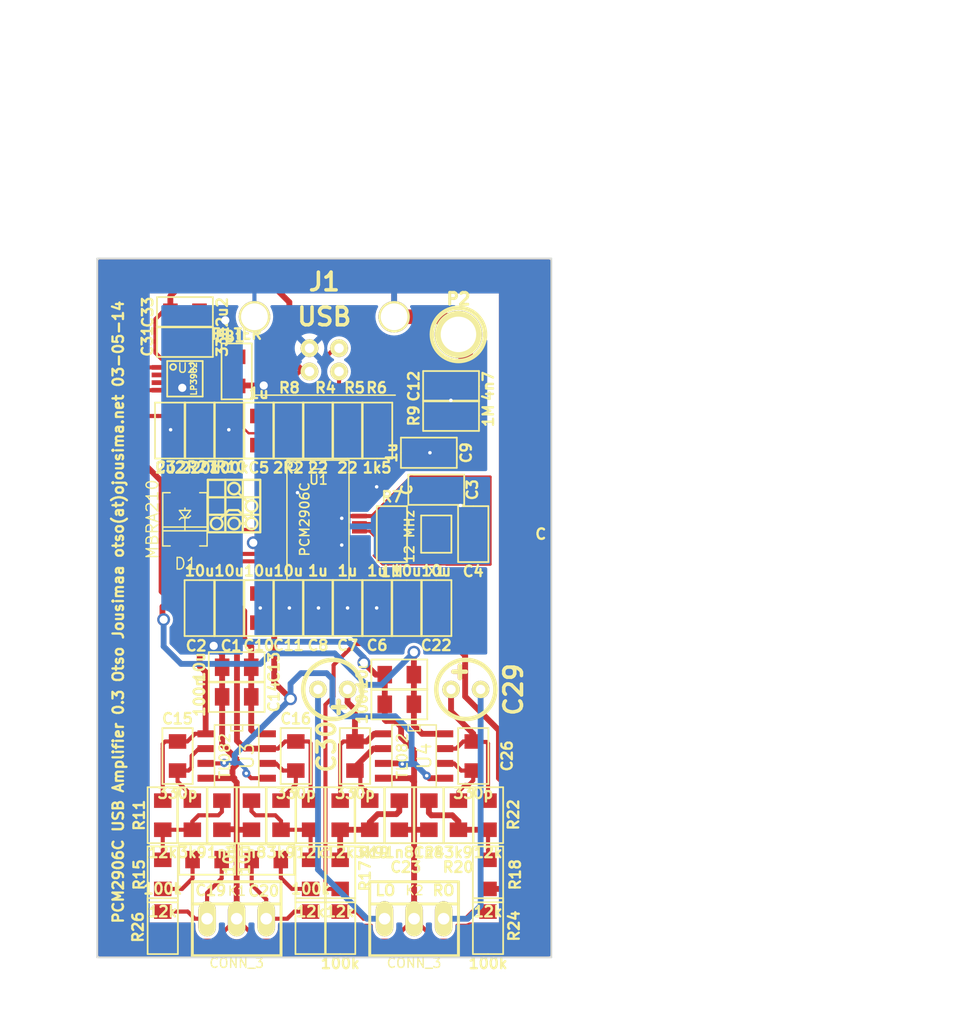
<source format=kicad_pcb>
(kicad_pcb (version 20221018) (generator pcbnew)
  (layers (0 "F.Cu" signal) (31 "B.Cu" signal) (34 "B.Paste" user) (35 "F.Paste" user) (36 "B.SilkS" user) (37 "F.SilkS" user) (38 "B.Mask" user) (39 "F.Mask" user) (44 "Edge.Cuts" user))
  (net 0 "")
  (net 1 "Net-(C1-Pad1)")
  (net 2 "Net-(C1-Pad2)")
  (net 3 "Net-(C15-Pad1)")
  (net 4 "Net-(C2-Pad2)")
  (net 5 "Net-(C3-Pad1)")
  (net 6 "DGND")
  (net 7 "Net-(C4-Pad1)")
  (net 8 "Net-(C5-Pad1)")
  (net 9 "Net-(C6-Pad2)")
  (net 10 "Net-(C7-Pad2)")
  (net 11 "Net-(C8-Pad2)")
  (net 12 "/Vddi")
  (net 13 "/VCOM")
  (net 14 "AGND")
  (net 15 "GND")
  (net 16 "/VCC")
  (net 17 "Net-(C15-Pad2)")
  (net 18 "Net-(C16-Pad2)")
  (net 19 "Net-(C17-Pad1)")
  (net 20 "Net-(C18-Pad1)")
  (net 21 "Net-(C19-Pad1)")
  (net 22 "/L_IN")
  (net 23 "Net-(C20-Pad1)")
  (net 24 "/R_IN")
  (net 25 "Net-(C21-Pad1)")
  (net 26 "Net-(C21-Pad2)")
  (net 27 "Net-(C22-Pad1)")
  (net 28 "Net-(C22-Pad2)")
  (net 29 "Net-(C23-Pad1)")
  (net 30 "Net-(C24-Pad1)")
  (net 31 "Net-(C25-Pad1)")
  (net 32 "Net-(C25-Pad2)")
  (net 33 "Net-(C26-Pad1)")
  (net 34 "Net-(C26-Pad2)")
  (net 35 "/R_OUT")
  (net 36 "/L_OUT")
  (net 37 "Net-(C31-Pad1)")
  (net 38 "/VBUS")
  (net 39 "Net-(J1-Pad2)")
  (net 40 "Net-(J1-Pad3)")
  (net 41 "/ENABLE")
  (net 42 "Net-(R4-Pad2)")
  (net 43 "Net-(R5-Pad2)")
  (net 44 "Net-(R10-Pad1)")
  (net 45 "Net-(SW1-Pad2)")
  (net 46 "Net-(SW2-Pad2)")
  (net 47 "Net-(SW3-Pad2)")
  (net 48 "Net-(U1-Pad25)")
  (net 49 "Net-(U2-Pad8)")
  (net 50 "Net-(C11-Pad2)")
  (footprint "smd_passives:SMD0805_WAVE" (layer "F.Cu") (at 116.84 80.01 90)
    (fp_text reference "C1")
    (fp_text value "10u")
  )
  (footprint "smd_passives:SMD0805_WAVE" (layer "F.Cu") (at 114.3 80.01 90)
    (fp_text reference "C2")
    (fp_text value "10u")
  )
  (footprint "smd_passives:SMD0805_WAVE" (layer "F.Cu") (at 134.62 69.85)
    (fp_text reference "C3")
    (fp_text value "C")
  )
  (footprint "smd_passives:SMD0805_WAVE" (layer "F.Cu") (at 137.795 73.66 90)
    (fp_text reference "C4")
    (fp_text value "C")
  )
  (footprint "smd_passives:SMD0805_WAVE" (layer "F.Cu") (at 119.38 64.77 90)
    (fp_text reference "C5")
    (fp_text value "1u")
  )
  (footprint "smd_passives:SMD0805_WAVE" (layer "F.Cu") (at 129.54 80.01 90)
    (fp_text reference "C6")
    (fp_text value "1u")
  )
  (footprint "smd_passives:SMD0805_WAVE" (layer "F.Cu") (at 127 80.01 90)
    (fp_text reference "C7")
    (fp_text value "1u")
  )
  (footprint "smd_passives:SMD0805_WAVE" (layer "F.Cu") (at 124.46 80.01 90)
    (fp_text reference "C8")
    (fp_text value "1u")
  )
  (footprint "smd_passives:SMD0805_WAVE" (layer "F.Cu") (at 133.985 66.675 180)
    (fp_text reference "C9")
    (fp_text value "1u")
  )
  (footprint "smd_passives:SMD0805_WAVE" (layer "F.Cu") (at 121.92 80.01 90)
    (fp_text reference "C11")
    (fp_text value "10u")
  )
  (footprint "smd_passives:SMD0805_WAVE" (layer "F.Cu") (at 135.89 60.96)
    (fp_text reference "C12")
    (fp_text value "4n7")
  )
  (footprint "smd_passives:SMD0805_WAVE" (layer "F.Cu") (at 117.475 85.09 180)
    (fp_text reference "C13")
    (fp_text value "10u")
  )
  (footprint "smd_passives:SMD0805_WAVE" (layer "F.Cu") (at 117.475 87.63 180)
    (fp_text reference "C14")
    (fp_text value "100n")
  )
  (footprint "smd_passives:SMD0805_WAVE" (layer "F.Cu") (at 122.555 92.71 -90)
    (fp_text reference "C16")
    (fp_text value "330p")
  )
  (footprint "smd_passives:SMD0805_WAVE" (layer "F.Cu") (at 116.205 97.79 -90)
    (fp_text reference "C17" hide)
    (fp_text value "1n8")
  )
  (footprint "smd_passives:SMD0805_WAVE" (layer "F.Cu") (at 118.745 97.79 -90)
    (fp_text reference "C18" hide)
    (fp_text value "1n8")
  )
  (footprint "smd_passives:SMD0805_WAVE" (layer "F.Cu") (at 114.935 101.6)
    (fp_text reference "C19")
    (fp_text value "10u")
  )
  (footprint "smd_passives:SMD0805_WAVE" (layer "F.Cu") (at 120.015 101.6 180)
    (fp_text reference "C20")
    (fp_text value "10u")
  )
  (footprint "smd_passives:SMD0805_WAVE" (layer "F.Cu") (at 132.08 80.01 90)
    (fp_text reference "C21" hide)
    (fp_text value "10u")
  )
  (footprint "smd_passives:SMD0805_WAVE" (layer "F.Cu") (at 134.62 80.01 90)
    (fp_text reference "C22")
    (fp_text value "10u")
  )
  (footprint "smd_passives:SMD0805_WAVE" (layer "F.Cu") (at 133.985 97.79 -90)
    (fp_text reference "C24")
    (fp_text value "1n8")
  )
  (footprint "smd_passives:SMD0805_WAVE" (layer "F.Cu") (at 131.445 88.265 180)
    (fp_text reference "C27" hide)
    (fp_text value "100n")
  )
  (footprint "smd_passives:SMD0805_WAVE" (layer "F.Cu") (at 131.445 85.725 180)
    (fp_text reference "C28" hide)
    (fp_text value "10u")
  )
  (footprint "smd_passives:SMD0805_WAVE" (layer "F.Cu") (at 113.03 57.15)
    (fp_text reference "C31")
    (fp_text value "33n")
  )
  (footprint "smd_passives:SMD0805_WAVE" (layer "F.Cu") (at 111.76 64.77 -90)
    (fp_text reference "C32")
    (fp_text value "2u2")
  )
  (footprint "smd_passives:SMD0805_WAVE" (layer "F.Cu") (at 117.475 59.69 90)
    (fp_text reference "FB1")
    (fp_text value "FILTER")
  )
  (footprint "Connect:USB_B" (layer "F.Cu") (at 125 55 180)
    (fp_text reference "J1")
    (fp_text value "USB")
  )
  (footprint "Connect:PINHEAD1-3" (layer "F.Cu") (at 117.475 106.68)
    (fp_text reference "K1")
    (fp_text value "CONN_3")
  )
  (footprint "Connect:PINHEAD1-3" (layer "F.Cu") (at 132.715 106.68)
    (fp_text reference "K2")
    (fp_text value "CONN_3")
  )
  (footprint "Connect:1pin" (layer "F.Cu") (at 136.525 56.515)
    (fp_text reference "P2")
    (fp_text value "CONN_1" hide)
  )
  (footprint "smd_passives:SMD0805_WAVE" (layer "F.Cu") (at 124.46 64.77 -90)
    (fp_text reference "R4")
    (fp_text value "22")
  )
  (footprint "smd_passives:SMD0805_WAVE" (layer "F.Cu") (at 127 64.77 -90)
    (fp_text reference "R5")
    (fp_text value "22")
  )
  (footprint "smd_passives:SMD0805_WAVE" (layer "F.Cu") (at 129.54 64.77 -90)
    (fp_text reference "R6")
    (fp_text value "1k5")
  )
  (footprint "smd_passives:SMD0805_WAVE" (layer "F.Cu") (at 130.81 73.66 -90)
    (fp_text reference "R7")
    (fp_text value "1M")
  )
  (footprint "smd_passives:SMD0805_WAVE" (layer "F.Cu") (at 121.92 64.77 -90)
    (fp_text reference "R8")
    (fp_text value "2R2")
  )
  (footprint "smd_passives:SMD0805_WAVE" (layer "F.Cu") (at 135.89 63.5)
    (fp_text reference "R9")
    (fp_text value "1M")
  )
  (footprint "smd_passives:SMD0805_WAVE" (layer "F.Cu") (at 116.84 64.77 -90)
    (fp_text reference "R10")
    (fp_text value "100k")
  )
  (footprint "smd_passives:SMD0805_WAVE" (layer "F.Cu") (at 111.125 97.79 -90)
    (fp_text reference "R11")
    (fp_text value "12k")
  )
  (footprint "smd_passives:SMD0805_WAVE" (layer "F.Cu") (at 123.825 97.79 -90)
    (fp_text reference "R12" hide)
    (fp_text value "12k")
  )
  (footprint "smd_passives:SMD0805_WAVE" (layer "F.Cu") (at 113.665 97.79 -90)
    (fp_text reference "R13" hide)
    (fp_text value "3k9")
  )
  (footprint "smd_passives:SMD0805_WAVE" (layer "F.Cu") (at 111.125 102.87 -90)
    (fp_text reference "R15")
    (fp_text value "12k")
  )
  (footprint "smd_passives:SMD0805_WAVE" (layer "F.Cu") (at 128.905 97.79 -90)
    (fp_text reference "R19")
    (fp_text value "3k9")
  )
  (footprint "smd_passives:SMD0805_WAVE" (layer "F.Cu") (at 136.525 97.79 -90)
    (fp_text reference "R20")
    (fp_text value "3k9")
  )
  (footprint "smd_passives:SMD0805_WAVE" (layer "F.Cu") (at 123.825 107.315 90)
    (fp_text reference "R23" hide)
    (fp_text value "100k")
  )
  (footprint "smd_passives:SMD0805_WAVE" (layer "F.Cu") (at 139.065 107.315 -90)
    (fp_text reference "R24")
    (fp_text value "100k")
  )
  (footprint "smd_passives:SMD0805_WAVE" (layer "F.Cu") (at 126.365 107.315 -90)
    (fp_text reference "R25" hide)
    (fp_text value "100k")
  )
  (footprint "smd_passives:SMD0805_WAVE" (layer "F.Cu") (at 111.125 107.315 90)
    (fp_text reference "R26")
    (fp_text value "100k")
  )
  (footprint "smd_passives:SMD0805_WAVE" (layer "F.Cu") (at 114.3 64.77 -90)
    (fp_text reference "R27")
    (fp_text value "220k")
  )
  (footprint "SSOP_Packages:SSOP-28" (layer "F.Cu") (at 124.46 72.39 -90)
    (fp_text reference "U1")
    (fp_text value "PCM2906C")
  )
  (footprint "SMD_Packages:SO8E" (layer "F.Cu") (at 132.715 92.71 -90)
    (fp_text reference "U4")
    (fp_text value "TL082")
  )
  (footprint "Crystals_Oscillators_SMD:crystal_FA238-TSX3225" (layer "F.Cu") (at 134.62 73.66 -90)
    (fp_text reference "X1")
    (fp_text value "12 MHz")
  )
  (footprint "smd_passives:SMD0805_WAVE" (layer "F.Cu") (at 119.38 80.01 90)
    (fp_text reference "C10")
    (fp_text value "10u")
  )
  (footprint "SMD_Packages:SO8E" (layer "F.Cu") (at 117.475 92.71 -90)
    (fp_text reference "U3")
    (fp_text value "TL082")
  )
  (footprint "smd_passives:SMD0805_WAVE" (layer "F.Cu") (at 123.825 102.87 -90)
    (fp_text reference "R16" hide)
    (fp_text value "12k")
  )
  (footprint "smd_passives:SMD0805_WAVE" (layer "F.Cu") (at 127.635 92.71 -90)
    (fp_text reference "C25" hide)
    (fp_text value "330p")
  )
  (footprint "smd_passives:SMD0805_WAVE" (layer "F.Cu") (at 131.445 97.79 -90)
    (fp_text reference "C23")
    (fp_text value "1n8")
  )
  (footprint "smd_passives:SMD0805_WAVE" (layer "F.Cu") (at 126.365 102.87 -90)
    (fp_text reference "R17")
    (fp_text value "12k")
  )
  (footprint "smd_passives:SMD0805_WAVE" (layer "F.Cu") (at 139.065 102.87 -90)
    (fp_text reference "R18")
    (fp_text value "12k")
  )
  (footprint "Capacitors_Elko_ThroughHole:Elko_vert_DM5_RM2-5" (layer "F.Cu") (at 125.73 86.995 180)
    (fp_text reference "C30")
    (fp_text value "680u" hide)
  )
  (footprint "Capacitors_Elko_ThroughHole:Elko_vert_DM5_RM2-5" (layer "F.Cu") (at 137.16 86.995)
    (fp_text reference "C29")
    (fp_text value "680u" hide)
  )
  (footprint "smd_passives:SMD0805_WAVE" (layer "F.Cu") (at 137.795 92.71 -90)
    (fp_text reference "C26")
    (fp_text value "330p")
  )
  (footprint "smd_passives:SMD0805_WAVE" (layer "F.Cu") (at 113.03 54.61)
    (fp_text reference "C33")
    (fp_text value "2u2")
  )
  (footprint "SSOP_Packages:SSOP-8" (layer "F.Cu") (at 113.03 60.325 -90)
    (fp_text reference "U2")
    (fp_text value "LP3982")
  )
  (footprint "SMD_Packages:DO-214AA(SMB)" (layer "F.Cu") (at 113.03 72.39 -90)
    (fp_text reference "D1")
    (fp_text value "MBRA210")
  )
  (footprint "smd_passives:SMD0805_WAVE" (layer "F.Cu") (at 121.285 97.79 -90)
    (fp_text reference "R14" hide)
    (fp_text value "3k9")
  )
  (footprint "smd_passives:SMD0805_WAVE" (layer "F.Cu") (at 126.365 97.79 -90)
    (fp_text reference "R21" hide)
    (fp_text value "12k")
  )
  (footprint "smd_passives:SMD0805_WAVE" (layer "F.Cu") (at 112.395 92.71 -90)
    (fp_text reference "C15")
    (fp_text value "330p")
  )
  (footprint "smd_passives:SMD0805_WAVE" (layer "F.Cu") (at 139.065 97.79 -90)
    (fp_text reference "R22")
    (fp_text value "12k")
  )
  (gr_line (start 118 69) (end 118 73.5) (stroke (width 0.2)) (layer "F.SilkS"))
  (gr_line (start 115 70.5) (end 119.5 70.5) (stroke (width 0.2)) (layer "F.SilkS"))
  (gr_line (start 119.5 69) (end 115 69) (stroke (width 0.2)) (layer "F.SilkS"))
  (gr_line (start 119.5 72) (end 115 72) (stroke (width 0.2)) (layer "F.SilkS"))
  (gr_line (start 116.5 73.5) (end 116.5 69) (stroke (width 0.2)) (layer "F.SilkS"))
  (gr_circle (center 118.75 72.75) (end 118.25 72.75) (stroke (width 0.2)) (fill none) (layer "F.SilkS"))
  (gr_circle (center 118.75 71.25) (end 118.25 71.25) (stroke (width 0.2)) (fill none) (layer "F.SilkS"))
  (gr_line (start 117.6 71.6) (end 118.4 72.4) (stroke (width 0.2)) (layer "F.SilkS"))
  (gr_line (start 119.5 73.5) (end 115 73.5) (stroke (width 0.2)) (layer "F.SilkS"))
  (gr_circle (center 117.25 69.75) (end 117.75 69.75) (stroke (width 0.2)) (fill none) (layer "F.SilkS"))
  (gr_circle (center 115.75 72.75) (end 115.25 72.75) (stroke (width 0.2)) (fill none) (layer "F.SilkS"))
  (gr_line (start 119.5 69) (end 119.5 73.5) (stroke (width 0.2)) (layer "F.SilkS"))
  (gr_line (start 115 73.5) (end 115 69) (stroke (width 0.2)) (layer "F.SilkS"))
  (gr_circle (center 117.25 72.75) (end 116.75 72.75) (stroke (width 0.2)) (fill none) (layer "F.SilkS"))
  (gr_line (start 116.8 71.6) (end 117.6 71.6) (stroke (width 0.2)) (layer "F.SilkS"))
  (gr_line (start 116.1 72.3) (end 116.8 71.6) (stroke (width 0.2)) (layer "F.SilkS"))
  (gr_line (start 118.75 71.75) (end 118.75 72.2) (stroke (width 0.2)) (layer "F.SilkS"))
  (gr_line (start 117.6 70.1) (end 118.4 70.9) (stroke (width 0.2)) (layer "F.SilkS"))
  (gr_line (start 117.75 72.75) (end 118.25 72.75) (stroke (width 0.2)) (layer "F.SilkS"))
  (gr_line (start 105.5 50) (end 144.5 50) (stroke (width 0.15)) (layer "Edge.Cuts"))
  (gr_line (start 144.5 110) (end 144.5 50) (stroke (width 0.15)) (layer "Edge.Cuts"))
  (gr_line (start 105.5 110) (end 144.5 110) (stroke (width 0.15)) (layer "Edge.Cuts"))
  (gr_line (start 105.5 110) (end 105.5 50) (stroke (width 0.15)) (layer "Edge.Cuts"))
  (gr_text "LO" (at 130.25 104.25) (layer "F.SilkS") (effects (font (size 0.9 0.9) (thickness 0.2))))
  (gr_text "RO" (at 135.25 104.25) (layer "F.SilkS") (effects (font (size 0.9 0.9) (thickness 0.2))))
  (gr_text "PCM2906C USB Amplifier 0.3 Otso Jousimaa otso(at)ojousima.net 03-05-14" (at 107.3 80.35 90) (layer "F.SilkS") (effects (font (size 0.9 0.9) (thickness 0.2))))
  (segment (start 123.825 91.625) (end 123.66 91.46) (width 0.35) (layer "F.Cu") (net 1))
  (segment (start 123.66 91.46) (end 122.555 91.46) (width 0.35) (layer "F.Cu") (net 1))
  (segment (start 121.025 92.075) (end 121.64 91.46) (width 0.35) (layer "F.Cu") (net 1))
  (segment (start 121.64 91.46) (end 122.555 91.46) (width 0.35) (layer "F.Cu") (net 1))
  (segment (start 118.175 92.075) (end 117.5 91.4) (width 0.5) (layer "F.Cu") (net 1))
  (segment (start 117.5 91.4) (end 117.5 83.7) (width 0.5) (layer "F.Cu") (net 1))
  (segment (start 117.5 83.7) (end 116.84 83.04) (width 0.5) (layer "F.Cu") (net 1))
  (segment (start 116.84 83.04) (end 116.84 81.26) (width 0.5) (layer "F.Cu") (net 1))
  (segment (start 123.825 96.54) (end 123.825 91.625) (width 0.35) (layer "F.Cu") (net 1))
  (segment (start 120.142 92.075) (end 118.175 92.075) (width 0.5) (layer "F.Cu") (net 1))
  (segment (start 120.142 92.075) (end 121.025 92.075) (width 0.35) (layer "F.Cu") (net 1))
  (segment (start 117.8032 75.9968) (end 116.84 76.96) (width 0.35) (layer "F.Cu") (net 2))
  (segment (start 116.84 76.96) (end 116.84 78.76) (width 0.35) (layer "F.Cu") (net 2))
  (segment (start 120.904 75.9968) (end 117.8032 75.9968) (width 0.35) (layer "F.Cu") (net 2))
  (segment (start 113.24 91.46) (end 113.895 90.805) (width 0.35) (layer "F.Cu") (net 3))
  (segment (start 113.895 90.805) (end 114.808 90.805) (width 0.35) (layer "F.Cu") (net 3))
  (segment (start 111.74 91.46) (end 112.395 91.46) (width 0.35) (layer "F.Cu") (net 3))
  (segment (start 111.34 91.46) (end 111.125 91.675) (width 0.35) (layer "F.Cu") (net 3))
  (segment (start 111.125 91.675) (end 111.125 92.075) (width 0.35) (layer "F.Cu") (net 3))
  (segment (start 114.808 85.508) (end 114.3 85) (width 0.5) (layer "F.Cu") (net 3))
  (segment (start 114.3 85) (end 114.3 81.26) (width 0.5) (layer "F.Cu") (net 3))
  (segment (start 112.395 91.46) (end 113.24 91.46) (width 0.35) (layer "F.Cu") (net 3))
  (segment (start 114.808 90.805) (end 114.808 85.508) (width 0.5) (layer "F.Cu") (net 3))
  (segment (start 111.125 92.075) (end 111.125 96.54) (width 0.35) (layer "F.Cu") (net 3))
  (segment (start 112.395 91.46) (end 111.34 91.46) (width 0.35) (layer "F.Cu") (net 3))
  (segment (start 111.125 96.54) (end 111.44 96.54) (width 0.35) (layer "F.Cu") (net 3))
  (segment (start 116.1382 75.3618) (end 114.3 77.2) (width 0.35) (layer "F.Cu") (net 4))
  (segment (start 114.3 77.2) (end 114.3 78.76) (width 0.35) (layer "F.Cu") (net 4))
  (segment (start 120.904 75.3618) (end 116.1382 75.3618) (width 0.35) (layer "F.Cu") (net 4))
  (segment (start 129.3544 72.7456) (end 129.69 72.41) (width 0.25) (layer "F.Cu") (net 5))
  (segment (start 129.69 72.41) (end 130.81 72.41) (width 0.25) (layer "F.Cu") (net 5))
  (segment (start 132.31 72.41) (end 132.46 72.56) (width 0.25) (layer "F.Cu") (net 5))
  (segment (start 132.46 72.56) (end 133.82 72.56) (width 0.25) (layer "F.Cu") (net 5))
  (segment (start 133.82 71.42) (end 133.37 70.97) (width 0.25) (layer "F.Cu") (net 5))
  (segment (start 133.37 70.97) (end 133.37 69.85) (width 0.25) (layer "F.Cu") (net 5))
  (segment (start 128.016 72.7456) (end 129.3544 72.7456) (width 0.25) (layer "F.Cu") (net 5))
  (segment (start 130.81 72.41) (end 132.31 72.41) (width 0.25) (layer "F.Cu") (net 5))
  (segment (start 133.82 72.56) (end 133.82 71.42) (width 0.25) (layer "F.Cu") (net 5))
  (segment (start 133.82 74.08) (end 134.2 73.7) (width 0.25) (layer "F.Cu") (net 6))
  (segment (start 134.2 73.7) (end 135.3 73.7) (width 0.25) (layer "F.Cu") (net 6))
  (segment (start 135.3 73.7) (end 135.42 73.58) (width 0.25) (layer "F.Cu") (net 6))
  (segment (start 135.42 73.58) (end 135.42 72.56) (width 0.25) (layer "F.Cu") (net 6))
  (segment (start 135.42 72.48) (end 136.7 71.2) (width 0.25) (layer "F.Cu") (net 6))
  (segment (start 136.7 70.68) (end 135.87 69.85) (width 0.25) (layer "F.Cu") (net 6))
  (segment (start 136.7 71.315) (end 137.795 72.41) (width 0.25) (layer "F.Cu") (net 6))
  (segment (start 126.6894 72.1106) (end 126.5 72.3) (width 0.35) (layer "F.Cu") (net 6))
  (segment (start 122.6452 70.1548) (end 122.7 70.1) (width 0.35) (layer "F.Cu") (net 6))
  (segment (start 134.64 62.2) (end 134.64 60.96) (width 0.5) (layer "F.Cu") (net 6))
  (segment (start 135.85 62.2) (end 135.875 62.175) (width 0.5) (layer "F.Cu") (net 6))
  (segment (start 129.54 80.04) (end 129.5 80) (width 0.5) (layer "F.Cu") (net 6))
  (segment (start 124.46 80.04) (end 124.5 80) (width 0.5) (layer "F.Cu") (net 6))
  (segment (start 121.92 80.08) (end 122 80) (width 0.5) (layer "F.Cu") (net 6))
  (segment (start 119.38 80.12) (end 119.5 80) (width 0.5) (layer "F.Cu") (net 6))
  (segment (start 117.515 60.9) (end 117.475 60.94) (width 0.5) (layer "F.Cu") (net 6))
  (segment (start 119.38 62.62) (end 119.8 62.2) (width 0.5) (layer "F.Cu") (net 6))
  (segment (start 119.8 62.2) (end 119.8 60.9) (width 0.5) (layer "F.Cu") (net 6))
  (segment (start 119.2014 74.7014) (end 118.9 74.4) (width 0.35) (layer "F.Cu") (net 6))
  (segment (start 126.6014 74.7014) (end 126.5 74.6) (width 0.35) (layer "F.Cu") (net 6))
  (segment (start 129.1394 72.1106) (end 132.5 68.75) (width 0.35) (layer "F.Cu") (net 6))
  (segment (start 139.25 68.75) (end 139.25 76.25) (width 0.25) (layer "F.Cu") (net 6))
  (segment (start 139.25 76.25) (end 135.5 76.25) (width 0.25) (layer "F.Cu") (net 6))
  (segment (start 135.5 76.25) (end 135.75 76.25) (width 0.25) (layer "F.Cu") (net 6))
  (segment (start 130.5 76.25) (end 130.493721 76.256279) (width 0.2) (layer "F.Cu") (net 6))
  (segment (start 130.493721 76.256279) (end 130.006279 76.256279) (width 0.2) (layer "F.Cu") (net 6))
  (segment (start 130.006279 76.256279) (end 129.25 75.5) (width 0.2) (layer "F.Cu") (net 6))
  (segment (start 136.7 71.2) (end 136.7 70.68) (width 0.25) (layer "F.Cu") (net 6))
  (segment (start 128.016 69.4944) (end 129.3944 69.4944) (width 0.35) (layer "F.Cu") (net 6))
  (segment (start 132.5 68.75) (end 139.25 68.75) (width 0.25) (layer "F.Cu") (net 6))
  (segment (start 128.016 74.7014) (end 126.6014 74.7014) (width 0.35) (layer "F.Cu") (net 6))
  (segment (start 135.42 72.56) (end 135.42 72.48) (width 0.25) (layer "F.Cu") (net 6))
  (segment (start 120.904 70.1548) (end 122.6452 70.1548) (width 0.35) (layer "F.Cu") (net 6))
  (segment (start 127 81.26) (end 127 80) (width 0.5) (layer "F.Cu") (net 6))
  (segment (start 134.64 63.5) (end 134.64 62.2) (width 0.5) (layer "F.Cu") (net 6))
  (segment (start 124.46 81.26) (end 124.46 80.04) (width 0.5) (layer "F.Cu") (net 6))
  (segment (start 117.515 60.9) (end 119.8 60.9) (width 0.5) (layer "F.Cu") (net 6))
  (segment (start 135.235 66.675) (end 134.075 66.675) (width 0.5) (layer "F.Cu") (net 6))
  (segment (start 134.64 62.2) (end 135.85 62.2) (width 0.5) (layer "F.Cu") (net 6))
  (segment (start 119.38 63.52) (end 119.38 62.62) (width 0.5) (layer "F.Cu") (net 6))
  (segment (start 119.6014 74.7014) (end 119.2014 74.7014) (width 0.35) (layer "F.Cu") (net 6))
  (segment (start 121.92 81.26) (end 121.92 80.08) (width 0.5) (layer "F.Cu") (net 6))
  (segment (start 129.54 81.26) (end 129.54 80.04) (width 0.5) (layer "F.Cu") (net 6))
  (segment (start 128.016 72.1106) (end 126.6894 72.1106) (width 0.35) (layer "F.Cu") (net 6))
  (segment (start 119.38 81.26) (end 119.38 80.12) (width 0.5) (layer "F.Cu") (net 6))
  (segment (start 128.016 72.1106) (end 129.1394 72.1106) (width 0.35) (layer "F.Cu") (net 6))
  (segment (start 133.82 74.76) (end 133.82 74.08) (width 0.25) (layer "F.Cu") (net 6))
  (segment (start 129.3944 69.4944) (end 129.5 69.6) (width 0.35) (layer "F.Cu") (net 6))
  (segment (start 119.6014 74.7014) (end 120.904 74.7014) (width 0.35) (layer "F.Cu") (net 6))
  (segment (start 135.5 76.25) (end 130.5 76.25) (width 0.2) (layer "F.Cu") (net 6))
  (segment (start 136.7 71.2) (end 136.7 71.315) (width 0.25) (layer "F.Cu") (net 6))
  (via (at 119.5 80) (size 0.7) (drill 0.3) (layers "F.Cu" "B.Cu") (net 6))
  (via (at 119.8 60.9) (size 1.1) (drill 0.7) (layers "F.Cu" "B.Cu") (net 6))
  (via (at 126.5 72.3) (size 0.7) (drill 0.3) (layers "F.Cu" "B.Cu") (net 6))
  (via (at 127 80) (size 0.7) (drill 0.3) (layers "F.Cu" "B.Cu") (net 6))
  (via (at 122 80) (size 0.7) (drill 0.3) (layers "F.Cu" "B.Cu") (net 6))
  (via (at 134.075 66.675) (size 0.7) (drill 0.3) (layers "F.Cu" "B.Cu") (net 6))
  (via (at 129.5 80) (size 0.7) (drill 0.3) (layers "F.Cu" "B.Cu") (net 6))
  (via (at 136.7 71.2) (size 0.7) (drill 0.3) (layers "F.Cu" "B.Cu") (net 6))
  (via (at 129.5 69.6) (size 0.7) (drill 0.3) (layers "F.Cu" "B.Cu") (net 6))
  (via (at 135.875 62.175) (size 0.7) (drill 0.3) (layers "F.Cu" "B.Cu") (net 6))
  (via (at 126.5 74.6) (size 0.7) (drill 0.3) (layers "F.Cu" "B.Cu") (net 6))
  (via (at 124.5 80) (size 0.7) (drill 0.3) (layers "F.Cu" "B.Cu") (net 6))
  (via (at 122.7 70.1) (size 0.7) (drill 0.3) (layers "F.Cu" "B.Cu") (net 6))
  (via (at 118.9 74.4) (size 1.1) (drill 0.7) (layers "F.Cu" "B.Cu") (net 6))
  (segment (start 129.5 69.6) (end 129.6 69.7) (width 0.35) (layer "B.Cu") (net 6))
  (segment (start 136.7 71.2) (end 136.8 71.2) (width 0.35) (layer "B.Cu") (net 6))
  (segment (start 119.8 60.9) (end 119.8 60.8) (width 0.5) (layer "B.Cu") (net 6))
  (segment (start 126.5 72.75) (end 126.75 73) (width 0.5) (layer "B.Cu") (net 6))
  (segment (start 126.75 73) (end 130.5 73) (width 0.5) (layer "B.Cu") (net 6))
  (segment (start 119.8 74.4) (end 118.9 74.4) (width 0.35) (layer "B.Cu") (net 6))
  (segment (start 126.5 72.3) (end 126.5 72.75) (width 0.5) (layer "B.Cu") (net 6))
  (segment (start 128.906 73.406) (end 129.4 73.9) (width 0.25) (layer "F.Cu") (net 7))
  (segment (start 129.4 73.9) (end 129.4 74.8) (width 0.25) (layer "F.Cu") (net 7))
  (segment (start 129.4 74.8) (end 129.51 74.91) (width 0.25) (layer "F.Cu") (net 7))
  (segment (start 129.51 74.91) (end 130.81 74.91) (width 0.25) (layer "F.Cu") (net 7))
  (segment (start 131.61 74.91) (end 132.5 75.8) (width 0.25) (layer "F.Cu") (net 7))
  (segment (start 132.5 75.8) (end 135.3 75.8) (width 0.25) (layer "F.Cu") (net 7))
  (segment (start 135.3 75.8) (end 135.4 75.7) (width 0.25) (layer "F.Cu") (net 7))
  (segment (start 135.4 75.7) (end 135.4 74.78) (width 0.25) (layer "F.Cu") (net 7))
  (segment (start 135.4 74.78) (end 135.42 74.76) (width 0.25) (layer "F.Cu") (net 7))
  (segment (start 137.645 74.76) (end 137.795 74.91) (width 0.25) (layer "F.Cu") (net 7))
  (segment (start 130.81 74.91) (end 131.61 74.91) (width 0.25) (layer "F.Cu") (net 7))
  (segment (start 135.42 74.76) (end 137.645 74.76) (width 0.25) (layer "F.Cu") (net 7))
  (segment (start 128.016 73.406) (end 128.906 73.406) (width 0.25) (layer "F.Cu") (net 7))
  (segment (start 119.9944 69.4944) (end 119.38 68.88) (width 0.35) (layer "F.Cu") (net 8))
  (segment (start 119.38 68.88) (end 119.38 66.02) (width 0.35) (layer "F.Cu") (net 8))
  (segment (start 120.904 69.4944) (end 119.9944 69.4944) (width 0.35) (layer "F.Cu") (net 8))
  (segment (start 121.92 66.02) (end 119.38 66.02) (width 0.35) (layer "F.Cu") (net 8))
  (segment (start 126.7 77) (end 126.7 75.6) (width 0.35) (layer "F.Cu") (net 9))
  (segment (start 126.7 75.6) (end 126.9128 75.3872) (width 0.35) (layer "F.Cu") (net 9))
  (segment (start 126.9128 75.3872) (end 128.016 75.3872) (width 0.35) (layer "F.Cu") (net 9))
  (segment (start 129.54 78.04) (end 129 77.5) (width 0.35) (layer "F.Cu") (net 9))
  (segment (start 129 77.5) (end 127.2 77.5) (width 0.35) (layer "F.Cu") (net 9))
  (segment (start 127.2 77.5) (end 126.7 77) (width 0.35) (layer "F.Cu") (net 9))
  (segment (start 129.54 78.76) (end 129.54 78.04) (width 0.35) (layer "F.Cu") (net 9))
  (segment (start 127.141 74.041) (end 126.8 73.7) (width 0.35) (layer "F.Cu") (net 10))
  (segment (start 126.8 73.7) (end 126.2 73.7) (width 0.35) (layer "F.Cu") (net 10))
  (segment (start 126.2 73.7) (end 125.7 74.2) (width 0.35) (layer "F.Cu") (net 10))
  (segment (start 125.7 74.2) (end 125.7 76.7) (width 0.35) (layer "F.Cu") (net 10))
  (segment (start 125.7 78.5) (end 125.96 78.76) (width 0.35) (layer "F.Cu") (net 10))
  (segment (start 125.96 78.76) (end 127 78.76) (width 0.35) (layer "F.Cu") (net 10))
  (segment (start 125.7 76.7) (end 125.7 78.5) (width 0.35) (layer "F.Cu") (net 10))
  (segment (start 128.016 74.041) (end 127.141 74.041) (width 0.35) (layer "F.Cu") (net 10))
  (segment (start 124.46 72.84) (end 125.8498 71.4502) (width 0.35) (layer "F.Cu") (net 11))
  (segment (start 125.8498 71.4502) (end 128.016 71.4502) (width 0.35) (layer "F.Cu") (net 11))
  (segment (start 124.46 78.76) (end 124.46 72.84) (width 0.35) (layer "F.Cu") (net 11))
  (segment (start 127.266 68.834) (end 123.3544 72.7456) (width 0.35) (layer "F.Cu") (net 12))
  (segment (start 123.3544 72.7456) (end 122.8 72.7456) (width 0.35) (layer "F.Cu") (net 12))
  (segment (start 122.694 73.406) (end 122.8 73.3) (width 0.35) (layer "F.Cu") (net 12))
  (segment (start 122.8 73.3) (end 122.8 72.7456) (width 0.35) (layer "F.Cu") (net 12))
  (segment (start 122.8 72.7456) (end 120.904 72.7456) (width 0.35) (layer "F.Cu") (net 12))
  (segment (start 129.266 68.834) (end 129.54 68.56) (width 0.35) (layer "F.Cu") (net 12))
  (segment (start 129.54 68.56) (end 129.54 67.4) (width 0.35) (layer "F.Cu") (net 12))
  (segment (start 131.825 66.675) (end 131.1 67.4) (width 0.35) (layer "F.Cu") (net 12))
  (segment (start 131.1 67.4) (end 129.54 67.4) (width 0.35) (layer "F.Cu") (net 12))
  (segment (start 129.54 67.4) (end 129.54 66.02) (width 0.35) (layer "F.Cu") (net 12))
  (segment (start 132.735 66.675) (end 131.825 66.675) (width 0.35) (layer "F.Cu") (net 12))
  (segment (start 120.904 73.406) (end 122.694 73.406) (width 0.35) (layer "F.Cu") (net 12))
  (segment (start 128.016 68.834) (end 129.266 68.834) (width 0.35) (layer "F.Cu") (net 12))
  (segment (start 128.016 68.834) (end 127.266 68.834) (width 0.35) (layer "F.Cu") (net 12))
  (segment (start 119.9428 76.6572) (end 119.38 77.22) (width 0.35) (layer "F.Cu") (net 13))
  (segment (start 119.38 77.22) (end 119.38 78.76) (width 0.35) (layer "F.Cu") (net 13))
  (segment (start 116.355 93.345) (end 116.4 93.3) (width 0.35) (layer "F.Cu") (net 13))
  (segment (start 118.715 94.615) (end 118.3 94.2) (width 0.35) (layer "F.Cu") (net 13))
  (segment (start 120.46 78.76) (end 120.7 79) (width 0.5) (layer "F.Cu") (net 13))
  (segment (start 120.7 79) (end 120.7 86.4) (width 0.5) (layer "F.Cu") (net 13))
  (segment (start 120.7 86.4) (end 122.1 87.8) (width 0.5) (layer "F.Cu") (net 13))
  (segment (start 131.645 93.345) (end 131.7 93.4) (width 0.5) (layer "F.Cu") (net 13))
  (segment (start 134.015 94.615) (end 133.8 94.4) (width 0.5) (layer "F.Cu") (net 13))
  (segment (start 114.808 93.345) (end 116.355 93.345) (width 0.35) (layer "F.Cu") (net 13))
  (segment (start 118.715 94.615) (end 120.142 94.615) (width 0.35) (layer "F.Cu") (net 13))
  (segment (start 119.38 78.76) (end 120.46 78.76) (width 0.5) (layer "F.Cu") (net 13))
  (segment (start 135.382 94.615) (end 134.015 94.615) (width 0.5) (layer "F.Cu") (net 13))
  (segment (start 120.904 76.6572) (end 119.9428 76.6572) (width 0.35) (layer "F.Cu") (net 13))
  (segment (start 131.645 93.345) (end 130.048 93.345) (width 0.5) (layer "F.Cu") (net 13))
  (via (at 118.3 94.2) (size 0.7) (drill 0.3) (layers "F.Cu" "B.Cu") (net 13))
  (via (at 116.4 93.3) (size 0.7) (drill 0.3) (layers "F.Cu" "B.Cu") (net 13))
  (via (at 131.7 93.4) (size 0.7) (drill 0.3) (layers "F.Cu" "B.Cu") (net 13))
  (via (at 133.8 94.4) (size 0.7) (drill 0.3) (layers "F.Cu" "B.Cu") (net 13))
  (via (at 122.1 87.8) (size 1.1) (drill 0.7) (layers "F.Cu" "B.Cu") (net 13))
  (segment (start 118.3 93.9) (end 117.7 93.3) (width 0.35) (layer "B.Cu") (net 13))
  (segment (start 117.7 93.3) (end 117.3 93.3) (width 0.35) (layer "B.Cu") (net 13))
  (segment (start 122.1 87.8) (end 117.8 92.1) (width 0.5) (layer "B.Cu") (net 13))
  (segment (start 117.8 92.1) (end 117.3 92.6) (width 0.5) (layer "B.Cu") (net 13))
  (segment (start 117.3 92.6) (end 117.3 93.3) (width 0.5) (layer "B.Cu") (net 13))
  (segment (start 117.3 93.3) (end 116.4 93.3) (width 0.35) (layer "B.Cu") (net 13))
  (segment (start 133.8 94.4) (end 132.8 93.4) (width 0.5) (layer "B.Cu") (net 13))
  (segment (start 132.8 93.4) (end 132.5 93.4) (width 0.5) (layer "B.Cu") (net 13))
  (segment (start 132.5 93.4) (end 131.7 93.4) (width 0.5) (layer "B.Cu") (net 13))
  (segment (start 132.5 90.7) (end 131.1 89.3) (width 0.5) (layer "B.Cu") (net 13))
  (segment (start 131.1 89.3) (end 126.6 89.3) (width 0.5) (layer "B.Cu") (net 13))
  (segment (start 126.6 89.3) (end 125.7 88.4) (width 0.5) (layer "B.Cu") (net 13))
  (segment (start 125.7 88.4) (end 125.7 86.1) (width 0.5) (layer "B.Cu") (net 13))
  (segment (start 125.7 86.1) (end 125.2 85.6) (width 0.5) (layer "B.Cu") (net 13))
  (segment (start 125.2 85.6) (end 123 85.6) (width 0.5) (layer "B.Cu") (net 13))
  (segment (start 123 85.6) (end 122.1 86.5) (width 0.5) (layer "B.Cu") (net 13))
  (segment (start 122.1 86.5) (end 122.1 87.8) (width 0.5) (layer "B.Cu") (net 13))
  (segment (start 118.3 94.2) (end 118.3 93.9) (width 0.35) (layer "B.Cu") (net 13))
  (segment (start 132.5 93.4) (end 132.5 90.7) (width 0.5) (layer "B.Cu") (net 13))
  (segment (start 112.3552 60.6552) (end 112.8 61.1) (width 0.35) (layer "F.Cu") (net 14))
  (segment (start 111.76 64.74) (end 111.8 64.7) (width 0.35) (layer "F.Cu") (net 14))
  (segment (start 116.84 64.74) (end 116.8 64.7) (width 0.35) (layer "F.Cu") (net 14))
  (segment (start 115.81 54.61) (end 116.5 55.3) (width 0.5) (layer "F.Cu") (net 14))
  (segment (start 117.475 57.475) (end 116.5 56.5) (width 0.5) (layer "F.Cu") (net 14))
  (segment (start 116.5 56.5) (end 116.5 56.3) (width 0.5) (layer "F.Cu") (net 14))
  (segment (start 115.25 57.15) (end 115.6 56.8) (width 0.5) (layer "F.Cu") (net 14))
  (segment (start 115.6 56.8) (end 115.6 56.5) (width 0.5) (layer "F.Cu") (net 14))
  (segment (start 115.6 56.5) (end 115.8 56.3) (width 0.5) (layer "F.Cu") (net 14))
  (segment (start 115.8 56.3) (end 116.5 56.3) (width 0.5) (layer "F.Cu") (net 14))
  (segment (start 116.5 56.3) (end 116.5 55.3) (width 0.5) (layer "F.Cu") (net 14))
  (segment (start 115.59 108.565) (end 117.475 106.68) (width 0.35) (layer "F.Cu") (net 14))
  (segment (start 119.36 108.565) (end 117.475 106.68) (width 0.35) (layer "F.Cu") (net 14))
  (segment (start 117.475 94.975) (end 117.115 94.615) (width 0.5) (layer "F.Cu") (net 14))
  (segment (start 117.115 94.615) (end 117.275 94.615) (width 0.5) (layer "F.Cu") (net 14))
  (segment (start 117.475 99) (end 117.475 94.975) (width 0.5) (layer "F.Cu") (net 14))
  (segment (start 116.245 99) (end 116.205 99.04) (width 0.5) (layer "F.Cu") (net 14))
  (segment (start 117.515 99.04) (end 117.475 99) (width 0.5) (layer "F.Cu") (net 14))
  (segment (start 117.275 94.615) (end 114.808 94.615) (width 0.5) (layer "F.Cu") (net 14))
  (segment (start 116.225 88.85) (end 116.225 88.8) (width 0.5) (layer "F.Cu") (net 14))
  (segment (start 116.225 88.8) (end 116.225 87.63) (width 0.5) (layer "F.Cu") (net 14))
  (segment (start 116.225 91.725) (end 117.1 92.6) (width 0.5) (layer "F.Cu") (net 14))
  (segment (start 117.1 92.6) (end 117.5 93) (width 0.5) (layer "F.Cu") (net 14))
  (segment (start 117.5 93) (end 117.5 93.4) (width 0.5) (layer "F.Cu") (net 14))
  (segment (start 117.5 93.4) (end 117.115 93.785) (width 0.5) (layer "F.Cu") (net 14))
  (segment (start 117.115 93.785) (end 117.115 94.615) (width 0.5) (layer "F.Cu") (net 14))
  (segment (start 116.225 83.975) (end 115.5 83.25) (width 0.5) (layer "F.Cu") (net 14))
  (segment (start 129.425 85.725) (end 128.4 84.7) (width 0.5) (layer "F.Cu") (net 14))
  (segment (start 134.6 108.565) (end 132.715 106.68) (width 0.35) (layer "F.Cu") (net 14))
  (segment (start 130.83 108.565) (end 132.715 106.68) (width 0.35) (layer "F.Cu") (net 14))
  (segment (start 132.715 94.915) (end 132.415 94.615) (width 0.5) (layer "F.Cu") (net 14))
  (segment (start 132.415 94.615) (end 130.048 94.615) (width 0.5) (layer "F.Cu") (net 14))
  (segment (start 132.715 92.215) (end 131.6 91.1) (width 0.5) (layer "F.Cu") (net 14))
  (segment (start 131.6 91.1) (end 131.6 90.2) (width 0.5) (layer "F.Cu") (net 14))
  (segment (start 131.6 90.2) (end 131.1 89.7) (width 0.5) (layer "F.Cu") (net 14))
  (segment (start 131.1 89.7) (end 130.3 89.7) (width 0.5) (layer "F.Cu") (net 14))
  (segment (start 130.3 89.7) (end 130.195 89.595) (width 0.5) (layer "F.Cu") (net 14))
  (segment (start 130.195 89.595) (end 130.195 88.265) (width 0.5) (layer "F.Cu") (net 14))
  (segment (start 132.715 99.04) (end 132.7 99.025) (width 0.5) (layer "F.Cu") (net 14))
  (segment (start 132.7 99.025) (end 132.7 99) (width 0.5) (layer "F.Cu") (net 14))
  (segment (start 132.7 99) (end 132.715 99) (width 0.5) (layer "F.Cu") (net 14))
  (segment (start 132.715 99) (end 132.715 94.915) (width 0.5) (layer "F.Cu") (net 14))
  (segment (start 132.7 99.04) (end 132.715 99.04) (width 0.5) (layer "F.Cu") (net 14))
  (segment (start 110.8075 60.6552) (end 112.3552 60.6552) (width 0.35) (layer "F.Cu") (net 14))
  (segment (start 118.745 99.04) (end 117.515 99.04) (width 0.5) (layer "F.Cu") (net 14))
  (segment (start 115.81 54.61) (end 114.28 54.61) (width 0.5) (layer "F.Cu") (net 14))
  (segment (start 130.195 88.265) (end 130.195 85.725) (width 0.5) (layer "F.Cu") (net 14))
  (segment (start 116.225 85.09) (end 116.225 83.975) (width 0.5) (layer "F.Cu") (net 14))
  (segment (start 123.825 108.565) (end 119.36 108.565) (width 0.35) (layer "F.Cu") (net 14))
  (segment (start 139.065 108.565) (end 134.6 108.565) (width 0.35) (layer "F.Cu") (net 14))
  (segment (start 111.125 108.565) (end 115.59 108.565) (width 0.35) (layer "F.Cu") (net 14))
  (segment (start 117.475 106.68) (end 117.475 99) (width 0.5) (layer "F.Cu") (net 14))
  (segment (start 117.475 58.44) (end 117.475 57.475) (width 0.5) (layer "F.Cu") (net 14))
  (segment (start 130.195 85.725) (end 129.425 85.725) (width 0.5) (layer "F.Cu") (net 14))
  (segment (start 131.445 99.04) (end 132.7 99.04) (width 0.5) (layer "F.Cu") (net 14))
  (segment (start 111.76 66.02) (end 111.76 64.74) (width 0.35) (layer "F.Cu") (net 14))
  (segment (start 116.225 88.8) (end 116.225 91.725) (width 0.5) (layer "F.Cu") (net 14))
  (segment (start 116.84 66.02) (end 116.84 64.74) (width 0.35) (layer "F.Cu") (net 14))
  (segment (start 114.28 57.15) (end 115.25 57.15) (width 0.5) (layer "F.Cu") (net 14))
  (segment (start 132.715 94.915) (end 132.715 92.215) (width 0.5) (layer "F.Cu") (net 14))
  (segment (start 117.475 99) (end 116.245 99) (width 0.5) (layer "F.Cu") (net 14))
  (segment (start 126.365 108.565) (end 130.83 108.565) (width 0.35) (layer "F.Cu") (net 14))
  (segment (start 132.7 99.04) (end 133.985 99.04) (width 0.5) (layer "F.Cu") (net 14))
  (segment (start 132.715 106.68) (end 132.715 99) (width 0.5) (layer "F.Cu") (net 14))
  (segment (start 116.225 87.63) (end 116.225 85.09) (width 0.5) (layer "F.Cu") (net 14))
  (via (at 116.8 64.7) (size 0.6) (drill 0.3) (layers "F.Cu" "B.Cu") (net 14))
  (via (at 116.5 55.3) (size 1.1) (drill 0.7) (layers "F.Cu" "B.Cu") (net 14))
  (via (at 112.8 61.1) (size 1.1) (drill 0.7) (layers "F.Cu" "B.Cu") (net 14))
  (via (at 128.4 84.7) (size 1.1) (drill 0.7) (layers "F.Cu" "B.Cu") (net 14))
  (via (at 111.8 64.7) (size 0.6) (drill 0.3) (layers "F.Cu" "B.Cu") (net 14))
  (via (at 115.5 83.25) (size 1.1) (drill 0.7) (layers "F.Cu" "B.Cu") (net 14))
  (segment (start 115.5 83.25) (end 115.6 83.15) (width 0.5) (layer "B.Cu") (net 14))
  (segment (start 115.6 83.15) (end 115.6 83.1) (width 0.5) (layer "B.Cu") (net 14))
  (segment (start 128.4 84.25) (end 127.05 82.9) (width 0.5) (layer "B.Cu") (net 14))
  (segment (start 127.05 82.9) (end 117.3 82.9) (width 0.5) (layer "B.Cu") (net 14))
  (segment (start 117.3 82.9) (end 117.25 82.85) (width 0.5) (layer "B.Cu") (net 14))
  (segment (start 128.4 84.7) (end 128.4 84.25) (width 0.5) (layer "B.Cu") (net 14))
  (segment (start 137.14 57.13) (end 136.525 56.515) (width 0.5) (layer "F.Cu") (net 15))
  (segment (start 135.01 55) (end 136.525 56.515) (width 1.25) (layer "F.Cu") (net 15))
  (segment (start 130.99948 51.00052) (end 131 51) (width 0.5) (layer "F.Cu") (net 15))
  (segment (start 130.99948 55) (end 135.01 55) (width 1.25) (layer "F.Cu") (net 15))
  (segment (start 137.14 63.5) (end 137.14 60.96) (width 0.5) (layer "F.Cu") (net 15))
  (segment (start 130.99948 55) (end 130.99948 51.00052) (width 0.5) (layer "F.Cu") (net 15))
  (segment (start 137.14 60.96) (end 137.14 57.13) (width 1.25) (layer "F.Cu") (net 15))
  (segment (start 130.99948 51.00052) (end 131 51) (width 0.5) (layer "B.Cu") (net 15))
  (segment (start 119.00052 51.45052) (end 118.9 51.35) (width 0.35) (layer "B.Cu") (net 15))
  (segment (start 119.00052 55) (end 119.00052 51.45052) (width 0.35) (layer "B.Cu") (net 15))
  (segment (start 130.99948 55) (end 130.99948 51.00052) (width 0.5) (layer "B.Cu") (net 15))
  (segment (start 109.8471 59.3471) (end 109.6 59.5942) (width 0.35) (layer "F.Cu") (net 16))
  (segment (start 109.6 59.5942) (end 109.6 61.3) (width 0.5) (layer "F.Cu") (net 16))
  (segment (start 111.76 63.52) (end 110.72 63.52) (width 0.35) (layer "F.Cu") (net 16))
  (segment (start 109.6 61.3029) (end 109.5971 61.3) (width 0.35) (layer "F.Cu") (net 16))
  (segment (start 109.6 61.3) (end 109.6 62.3) (width 0.5) (layer "F.Cu") (net 16))
  (segment (start 109.6 62.3) (end 109.6 62.4) (width 0.35) (layer "F.Cu") (net 16))
  (segment (start 109.6 67.7) (end 111.0234 69.1234) (width 0.5) (layer "F.Cu") (net 16))
  (segment (start 111.0234 69.1234) (end 111.0234 70.485) (width 0.5) (layer "F.Cu") (net 16))
  (segment (start 109.6 63.52) (end 109.62 63.5) (width 0.35) (layer "F.Cu") (net 16))
  (segment (start 109.62 63.5) (end 109.7 63.5) (width 0.35) (layer "F.Cu") (net 16))
  (segment (start 109.7 63.5) (end 109.6 63.5) (width 0.35) (layer "F.Cu") (net 16))
  (segment (start 109.6 63.5) (end 109.6 67.7) (width 0.5) (layer "F.Cu") (net 16))
  (segment (start 111.0234 78.5734) (end 111.725 79.275) (width 0.5) (layer "F.Cu") (net 16))
  (segment (start 112.475 80.025) (end 117.875 80.025) (width 0.5) (layer "F.Cu") (net 16))
  (segment (start 117.875 80.025) (end 118.125 80.275) (width 0.5) (layer "F.Cu") (net 16))
  (segment (start 118.125 80.275) (end 118.125 82.7) (width 0.5) (layer "F.Cu") (net 16))
  (segment (start 118.125 82.7) (end 118.725 83.3) (width 0.5) (layer "F.Cu") (net 16))
  (segment (start 118.725 83.3) (end 118.725 85.09) (width 0.5) (layer "F.Cu") (net 16))
  (segment (start 119.055 90.805) (end 118.725 90.475) (width 0.5) (layer "F.Cu") (net 16))
  (segment (start 118.725 90.475) (end 118.725 87.63) (width 0.5) (layer "F.Cu") (net 16))
  (segment (start 133.405 90.805) (end 132.695 90.095) (width 0.5) (layer "F.Cu") (net 16))
  (segment (start 132.695 90.095) (end 132.695 88.265) (width 0.5) (layer "F.Cu") (net 16))
  (segment (start 132.695 83.805) (end 132.7 83.8) (width 0.5) (layer "F.Cu") (net 16))
  (segment (start 111.2 81) (end 111.1 80.9) (width 0.5) (layer "F.Cu") (net 16))
  (segment (start 111.1 80.9) (end 111.1 79.9) (width 0.5) (layer "F.Cu") (net 16))
  (segment (start 111.725 79.275) (end 111.1 79.9) (width 0.5) (layer "F.Cu") (net 16))
  (segment (start 111.725 79.275) (end 112.475 80.025) (width 0.5) (layer "F.Cu") (net 16))
  (segment (start 111.0234 70.3834) (end 111.125 70.485) (width 0.5) (layer "F.Cu") (net 16))
  (segment (start 111.125 70.485) (end 111.0234 70.485) (width 0.5) (layer "F.Cu") (net 16))
  (segment (start 111.0234 70.485) (end 111.0234 73.66) (width 0.5) (layer "F.Cu") (net 16))
  (segment (start 111.76 63.52) (end 114.3 63.52) (width 0.35) (layer "F.Cu") (net 16))
  (segment (start 132.695 85.725) (end 132.695 83.805) (width 0.5) (layer "F.Cu") (net 16))
  (segment (start 110.8075 61.3029) (end 109.6 61.3029) (width 0.35) (layer "F.Cu") (net 16))
  (segment (start 109.6 62.3) (end 109.6 63.5) (width 0.5) (layer "F.Cu") (net 16))
  (segment (start 120.142 90.805) (end 119.055 90.805) (width 0.5) (layer "F.Cu") (net 16))
  (segment (start 118.725 87.63) (end 118.725 85.09) (width 0.5) (layer "F.Cu") (net 16))
  (segment (start 135.382 90.805) (end 133.405 90.805) (width 0.5) (layer "F.Cu") (net 16))
  (segment (start 111.0234 73.66) (end 111.0234 78.5734) (width 0.5) (layer "F.Cu") (net 16))
  (segment (start 132.695 85.725) (end 132.695 88.265) (width 0.5) (layer "F.Cu") (net 16))
  (segment (start 110.8075 59.3471) (end 109.8471 59.3471) (width 0.35) (layer "F.Cu") (net 16))
  (segment (start 110.72 63.52) (end 109.6 63.52) (width 0.35) (layer "F.Cu") (net 16))
  (segment (start 113.03 70.3834) (end 111.0234 70.3834) (width 0.5) (layer "F.Cu") (net 16))
  (via (at 111.2 81) (size 1.1) (drill 0.7) (layers "F.Cu" "B.Cu") (net 16))
  (via (at 132.7 83.8) (size 1.1) (drill 0.7) (layers "F.Cu" "B.Cu") (net 16))
  (segment (start 132.7 83.8) (end 129.9 86.6) (width 0.5) (layer "B.Cu") (net 16))
  (segment (start 129.9 86.6) (end 128.6 86.6) (width 0.5) (layer "B.Cu") (net 16))
  (segment (start 128.6 86.6) (end 127.35 85.35) (width 0.5) (layer "B.Cu") (net 16))
  (segment (start 111.2 83.3) (end 111.2 81) (width 0.5) (layer "B.Cu") (net 16))
  (segment (start 127.35 85.35) (end 127.3 85.3) (width 0.5) (layer "B.Cu") (net 16))
  (segment (start 112.1 84.2) (end 112.7 84.8) (width 0.5) (layer "B.Cu") (net 16))
  (segment (start 112.7 84.8) (end 119.5 84.8) (width 0.5) (layer "B.Cu") (net 16))
  (segment (start 119.5 84.8) (end 120.4 83.9) (width 0.5) (layer "B.Cu") (net 16))
  (segment (start 120.4 83.9) (end 125.9 83.9) (width 0.5) (layer "B.Cu") (net 16))
  (segment (start 125.9 83.9) (end 127.35 85.35) (width 0.5) (layer "B.Cu") (net 16))
  (segment (start 111.2 83.3) (end 112.1 84.2) (width 0.5) (layer "B.Cu") (net 16))
  (segment (start 113.665 96.165) (end 112.395 94.895) (width 0.35) (layer "F.Cu") (net 17))
  (segment (start 112.395 94.895) (end 112.395 93.96) (width 0.35) (layer "F.Cu") (net 17))
  (segment (start 114.225 92.075) (end 113.6 92.7) (width 0.35) (layer "F.Cu") (net 17))
  (segment (start 113.6 92.7) (end 113.6 93.7) (width 0.35) (layer "F.Cu") (net 17))
  (segment (start 113.6 93.7) (end 113.34 93.96) (width 0.35) (layer "F.Cu") (net 17))
  (segment (start 113.34 93.96) (end 112.395 93.96) (width 0.35) (layer "F.Cu") (net 17))
  (segment (start 114.808 92.075) (end 114.225 92.075) (width 0.35) (layer "F.Cu") (net 17))
  (segment (start 113.665 96.54) (end 113.665 96.165) (width 0.35) (layer "F.Cu") (net 17))
  (segment (start 121.285 96.415) (end 122.555 95.145) (width 0.35) (layer "F.Cu") (net 18))
  (segment (start 122.555 95.145) (end 122.555 93.96) (width 0.35) (layer "F.Cu") (net 18))
  (segment (start 120.845 93.345) (end 121.46 93.96) (width 0.35) (layer "F.Cu") (net 18))
  (segment (start 121.46 93.96) (end 122.555 93.96) (width 0.35) (layer "F.Cu") (net 18))
  (segment (start 120.142 93.345) (end 120.845 93.345) (width 0.35) (layer "F.Cu") (net 18))
  (segment (start 121.285 96.54) (end 121.285 96.415) (width 0.35) (layer "F.Cu") (net 18))
  (segment (start 113.665 98.335) (end 114.2 97.8) (width 0.35) (layer "F.Cu") (net 19))
  (segment (start 114.2 97.8) (end 115.9 97.8) (width 0.35) (layer "F.Cu") (net 19))
  (segment (start 115.9 97.8) (end 116.205 97.495) (width 0.35) (layer "F.Cu") (net 19))
  (segment (start 116.205 97.495) (end 116.205 96.54) (width 0.35) (layer "F.Cu") (net 19))
  (segment (start 111.125 99.04) (end 111.04 99.04) (width 0.35) (layer "F.Cu") (net 19))
  (segment (start 113.665 99.04) (end 113.665 98.335) (width 0.35) (layer "F.Cu") (net 19))
  (segment (start 111.125 101.62) (end 111.125 99.04) (width 0.35) (layer "F.Cu") (net 19))
  (segment (start 111.125 99.04) (end 113.665 99.04) (width 0.35) (layer "F.Cu") (net 19))
  (segment (start 111.125 101.62) (end 111.125 101.075) (width 0.35) (layer "F.Cu") (net 19))
  (segment (start 111.125 99.04) (end 111.125 98.675) (width 0.35) (layer "F.Cu") (net 19))
  (segment (start 121.285 98.285) (end 120.8 97.8) (width 0.35) (layer "F.Cu") (net 20))
  (segment (start 120.8 97.8) (end 119.1 97.8) (width 0.35) (layer "F.Cu") (net 20))
  (segment (start 119.1 97.8) (end 118.745 97.445) (width 0.35) (layer "F.Cu") (net 20))
  (segment (start 118.745 97.445) (end 118.745 96.54) (width 0.35) (layer "F.Cu") (net 20))
  (segment (start 123.825 101.62) (end 123.825 99.04) (width 0.35) (layer "F.Cu") (net 20))
  (segment (start 121.285 99.04) (end 121.285 98.285) (width 0.35) (layer "F.Cu") (net 20))
  (segment (start 123.825 99.04) (end 121.285 99.04) (width 0.35) (layer "F.Cu") (net 20))
  (segment (start 112.78 104.12) (end 113.685 103.215) (width 0.35) (layer "F.Cu") (net 21))
  (segment (start 113.685 103.215) (end 113.685 101.6) (width 0.35) (layer "F.Cu") (net 21))
  (segment (start 111.125 104.12) (end 112.78 104.12) (width 0.35) (layer "F.Cu") (net 21))
  (segment (start 113.88 106.68) (end 113.265 106.065) (width 0.35) (layer "F.Cu") (net 22))
  (segment (start 113.265 106.065) (end 111.125 106.065) (width 0.35) (layer "F.Cu") (net 22))
  (segment (start 114.935 104.465) (end 116.185 103.215) (width 0.35) (layer "F.Cu") (net 22))
  (segment (start 116.185 103.215) (end 116.185 101.6) (width 0.35) (layer "F.Cu") (net 22))
  (segment (start 114.935 106.68) (end 114.935 104.465) (width 0.35) (layer "F.Cu") (net 22))
  (segment (start 114.935 106.68) (end 113.88 106.68) (width 0.35) (layer "F.Cu") (net 22))
  (segment (start 122.22 104.12) (end 121.265 103.165) (width 0.35) (layer "F.Cu") (net 23))
  (segment (start 121.265 103.165) (end 121.265 101.6) (width 0.35) (layer "F.Cu") (net 23))
  (segment (start 123.825 104.12) (end 122.22 104.12) (width 0.35) (layer "F.Cu") (net 23))
  (segment (start 121.82 106.68) (end 122.435 106.065) (width 0.35) (layer "F.Cu") (net 24))
  (segment (start 122.435 106.065) (end 123.825 106.065) (width 0.35) (layer "F.Cu") (net 24))
  (segment (start 120.015 105.015) (end 118.765 103.765) (width 0.35) (layer "F.Cu") (net 24))
  (segment (start 118.765 103.765) (end 118.765 101.6) (width 0.35) (layer "F.Cu") (net 24))
  (segment (start 120.015 106.68) (end 121.82 106.68) (width 0.35) (layer "F.Cu") (net 24))
  (segment (start 120.015 106.68) (end 120.015 105.015) (width 0.35) (layer "F.Cu") (net 24))
  (segment (start 132.08 82.52) (end 131.5 83.1) (width 0.35) (layer "F.Cu") (net 25))
  (segment (start 131.5 83.1) (end 127.6 83.1) (width 0.35) (layer "F.Cu") (net 25))
  (segment (start 127.6 83.1) (end 125.8 84.9) (width 0.35) (layer "F.Cu") (net 25))
  (segment (start 125.8 84.9) (end 125.8 87.6) (width 0.35) (layer "F.Cu") (net 25))
  (segment (start 125.8 87.6) (end 125.1 88.3) (width 0.35) (layer "F.Cu") (net 25))
  (segment (start 125.1 88.3) (end 125.1 103.9) (width 0.35) (layer "F.Cu") (net 25))
  (segment (start 125.1 103.9) (end 125.32 104.12) (width 0.35) (layer "F.Cu") (net 25))
  (segment (start 125.32 104.12) (end 126.365 104.12) (width 0.35) (layer "F.Cu") (net 25))
  (segment (start 132.08 81.26) (end 132.08 82.52) (width 0.35) (layer "F.Cu") (net 25))
  (segment (start 129.133198 75.9968) (end 129.886396 76.749998) (width 0.25) (layer "F.Cu") (net 26))
  (segment (start 129.886396 76.749998) (end 134.849998 76.749998) (width 0.25) (layer "F.Cu") (net 26))
  (segment (start 134.849998 76.749998) (end 135.9 77.8) (width 0.25) (layer "F.Cu") (net 26))
  (segment (start 135.9 77.8) (end 135.9 79.6) (width 0.25) (layer "F.Cu") (net 26))
  (segment (start 135.9 79.6) (end 135.6 79.9) (width 0.25) (layer "F.Cu") (net 26))
  (segment (start 135.6 79.9) (end 132.6 79.9) (width 0.25) (layer "F.Cu") (net 26))
  (segment (start 132.6 79.9) (end 132.08 79.38) (width 0.25) (layer "F.Cu") (net 26))
  (segment (start 132.08 79.38) (end 132.08 78.76) (width 0.25) (layer "F.Cu") (net 26))
  (segment (start 128.016 75.9968) (end 129.133198 75.9968) (width 0.25) (layer "F.Cu") (net 26))
  (segment (start 134.62 81.62) (end 137.1 84.1) (width 0.5) (layer "F.Cu") (net 27))
  (segment (start 137.1 84.1) (end 137.1 87.6) (width 0.5) (layer "F.Cu") (net 27))
  (segment (start 137.1 87.6) (end 140 90.5) (width 0.5) (layer "F.Cu") (net 27))
  (segment (start 140 90.5) (end 140 94.6) (width 0.5) (layer "F.Cu") (net 27))
  (segment (start 140 94.6) (end 140.4 95) (width 0.5) (layer "F.Cu") (net 27))
  (segment (start 140.4 95) (end 140.4 104.1) (width 0.5) (layer "F.Cu") (net 27))
  (segment (start 140.4 104.1) (end 140.38 104.12) (width 0.5) (layer "F.Cu") (net 27))
  (segment (start 140.38 104.12) (end 139.065 104.12) (width 0.5) (layer "F.Cu") (net 27))
  (segment (start 134.62 81.26) (end 134.62 81.62) (width 0.5) (layer "F.Cu") (net 27))
  (segment (start 129.1572 76.6572) (end 129.7 77.2) (width 0.25) (layer "F.Cu") (net 28))
  (segment (start 129.7 77.2) (end 133.9 77.2) (width 0.25) (layer "F.Cu") (net 28))
  (segment (start 133.9 77.2) (end 134.62 77.92) (width 0.25) (layer "F.Cu") (net 28))
  (segment (start 134.62 77.92) (end 134.62 78.76) (width 0.25) (layer "F.Cu") (net 28))
  (segment (start 128.016 76.6572) (end 129.1572 76.6572) (width 0.25) (layer "F.Cu") (net 28))
  (segment (start 128.905 98.395) (end 129.6 97.7) (width 0.5) (layer "F.Cu") (net 29))
  (segment (start 129.6 97.7) (end 131.2 97.7) (width 0.5) (layer "F.Cu") (net 29))
  (segment (start 131.2 97.7) (end 131.445 97.455) (width 0.5) (layer "F.Cu") (net 29))
  (segment (start 131.445 97.455) (end 131.445 96.54) (width 0.5) (layer "F.Cu") (net 29))
  (segment (start 126.365 101.62) (end 126.365 99.04) (width 0.5) (layer "F.Cu") (net 29))
  (segment (start 128.905 99.04) (end 128.905 98.395) (width 0.5) (layer "F.Cu") (net 29))
  (segment (start 126.365 99.04) (end 128.905 99.04) (width 0.5) (layer "F.Cu") (net 29))
  (segment (start 136.525 98.325) (end 136 97.8) (width 0.5) (layer "F.Cu") (net 30))
  (segment (start 136 97.8) (end 134.2 97.8) (width 0.5) (layer "F.Cu") (net 30))
  (segment (start 134.2 97.8) (end 133.985 97.585) (width 0.5) (layer "F.Cu") (net 30))
  (segment (start 133.985 97.585) (end 133.985 96.54) (width 0.5) (layer "F.Cu") (net 30))
  (segment (start 139.065 99.04) (end 136.525 99.04) (width 0.5) (layer "F.Cu") (net 30))
  (segment (start 139.065 101.62) (end 139.065 99.04) (width 0.35) (layer "F.Cu") (net 30))
  (segment (start 136.525 99.04) (end 136.525 98.325) (width 0.5) (layer "F.Cu") (net 30))
  (segment (start 129.295 90.805) (end 128.64 91.46) (width 0.5) (layer "F.Cu") (net 31))
  (segment (start 128.64 91.46) (end 127.635 91.46) (width 0.5) (layer "F.Cu") (net 31))
  (segment (start 126.365 91.735) (end 126.64 91.46) (width 0.35) (layer "F.Cu") (net 31))
  (segment (start 126.64 91.46) (end 127.635 91.46) (width 0.35) (layer "F.Cu") (net 31))
  (segment (start 127.635 88.735) (end 127 88.1) (width 0.5) (layer "F.Cu") (net 31))
  (segment (start 127 88.1) (end 127 86.995) (width 0.5) (layer "F.Cu") (net 31))
  (segment (start 126.365 96.54) (end 126.365 91.735) (width 0.35) (layer "F.Cu") (net 31))
  (segment (start 130.048 90.805) (end 129.295 90.805) (width 0.5) (layer "F.Cu") (net 31))
  (segment (start 127.635 91.46) (end 127.635 88.735) (width 0.5) (layer "F.Cu") (net 31))
  (segment (start 127.635 93.665) (end 129.225 92.075) (width 0.5) (layer "F.Cu") (net 32))
  (segment (start 129.225 92.075) (end 130.048 92.075) (width 0.5) (layer "F.Cu") (net 32))
  (segment (start 128.905 96.005) (end 128.1 95.2) (width 0.35) (layer "F.Cu") (net 32))
  (segment (start 128.1 95.2) (end 128.1 94.425) (width 0.35) (layer "F.Cu") (net 32))
  (segment (start 128.1 94.425) (end 127.635 93.96) (width 0.35) (layer "F.Cu") (net 32))
  (segment (start 128.905 96.54) (end 128.905 96.005) (width 0.35) (layer "F.Cu") (net 32))
  (segment (start 127.635 93.96) (end 127.635 93.665) (width 0.5) (layer "F.Cu") (net 32))
  (segment (start 138.45 91.46) (end 137.795 91.46) (width 0.5) (layer "F.Cu") (net 33))
  (segment (start 139.065 91.635) (end 138.93 91.5) (width 0.35) (layer "F.Cu") (net 33))
  (segment (start 138.93 91.5) (end 137.835 91.5) (width 0.35) (layer "F.Cu") (net 33))
  (segment (start 137.835 91.5) (end 137.795 91.46) (width 0.35) (layer "F.Cu") (net 33))
  (segment (start 136.325 92.075) (end 136.94 91.46) (width 0.35) (layer "F.Cu") (net 33))
  (segment (start 136.94 91.46) (end 137.795 91.46) (width 0.35) (layer "F.Cu") (net 33))
  (segment (start 137.795 90.795) (end 135.89 88.89) (width 0.5) (layer "F.Cu") (net 33))
  (segment (start 135.89 88.89) (end 135.89 86.995) (width 0.5) (layer "F.Cu") (net 33))
  (segment (start 135.382 92.075) (end 136.325 92.075) (width 0.35) (layer "F.Cu") (net 33))
  (segment (start 137.795 91.46) (end 137.795 90.795) (width 0.5) (layer "F.Cu") (net 33))
  (segment (start 139.065 96.54) (end 139.065 91.635) (width 0.35) (layer "F.Cu") (net 33))
  (segment (start 136.145 93.345) (end 136.76 93.96) (width 0.35) (layer "F.Cu") (net 34))
  (segment (start 136.76 93.96) (end 137.795 93.96) (width 0.35) (layer "F.Cu") (net 34))
  (segment (start 136.525 95.775) (end 137.1 95.2) (width 0.35) (layer "F.Cu") (net 34))
  (segment (start 137.1 95.2) (end 137.4 95.2) (width 0.35) (layer "F.Cu") (net 34))
  (segment (start 137.4 95.2) (end 137.795 94.805) (width 0.35) (layer "F.Cu") (net 34))
  (segment (start 137.795 94.805) (end 137.795 93.96) (width 0.35) (layer "F.Cu") (net 34))
  (segment (start 135.382 93.345) (end 136.145 93.345) (width 0.35) (layer "F.Cu") (net 34))
  (segment (start 136.525 96.54) (end 136.525 95.775) (width 0.35) (layer "F.Cu") (net 34))
  (segment (start 137.735 106.065) (end 137.12 106.68) (width 0.35) (layer "F.Cu") (net 35))
  (segment (start 137.12 106.68) (end 135.255 106.68) (width 0.35) (layer "F.Cu") (net 35))
  (segment (start 139.065 106.065) (end 137.735 106.065) (width 0.35) (layer "F.Cu") (net 35))
  (segment (start 138.43 105.57) (end 137.32 106.68) (width 0.5) (layer "B.Cu") (net 35))
  (segment (start 137.32 106.68) (end 135.255 106.68) (width 0.5) (layer "B.Cu") (net 35))
  (segment (start 138.43 86.995) (end 138.43 105.57) (width 0.5) (layer "B.Cu") (net 35))
  (segment (start 127.765 106.065) (end 128.38 106.68) (width 0.35) (layer "F.Cu") (net 36))
  (segment (start 128.38 106.68) (end 130.175 106.68) (width 0.35) (layer "F.Cu") (net 36))
  (segment (start 126.365 106.065) (end 127.765 106.065) (width 0.35) (layer "F.Cu") (net 36))
  (segment (start 124.46 102.46) (end 128.68 106.68) (width 0.5) (layer "B.Cu") (net 36))
  (segment (start 128.68 106.68) (end 130.175 106.68) (width 0.5) (layer "B.Cu") (net 36))
  (segment (start 124.46 86.995) (end 124.46 102.46) (width 0.5) (layer "B.Cu") (net 36))
  (segment (start 114.1552 60.6552) (end 113 59.5) (width 0.35) (layer "F.Cu") (net 37))
  (segment (start 113 59.5) (end 113 57.5) (width 0.35) (layer "F.Cu") (net 37))
  (segment (start 113 57.5) (end 112.65 57.15) (width 0.35) (layer "F.Cu") (net 37))
  (segment (start 112.65 57.15) (end 111.78 57.15) (width 0.35) (layer "F.Cu") (net 37))
  (segment (start 115.2525 60.6552) (end 114.1552 60.6552) (width 0.35) (layer "F.Cu") (net 37))
  (segment (start 111.09 54.61) (end 110.5 55.2) (width 0.35) (layer "F.Cu") (net 38))
  (segment (start 110.5 55.2) (end 110.5 58.1) (width 0.35) (layer "F.Cu") (net 38))
  (segment (start 110.5 58.1) (end 111 58.6) (width 0.35) (layer "F.Cu") (net 38))
  (segment (start 111 58.6) (end 111.8 58.6) (width 0.35) (layer "F.Cu") (net 38))
  (segment (start 111.8 58.6) (end 112.2 59) (width 0.35) (layer "F.Cu") (net 38))
  (segment (start 112.2 59) (end 112.2 59.9) (width 0.35) (layer "F.Cu") (net 38))
  (segment (start 112.2 59.9) (end 112.1052 59.9948) (width 0.35) (layer "F.Cu") (net 38))
  (segment (start 112.1052 59.9948) (end 110.8075 59.9948) (width 0.35) (layer "F.Cu") (net 38))
  (segment (start 121.92 60.68) (end 122.901 59.699) (width 0.35) (layer "F.Cu") (net 38))
  (segment (start 122.901 59.699) (end 123.73 59.699) (width 0.35) (layer "F.Cu") (net 38))
  (segment (start 123.199 59.699) (end 122 58.5) (width 0.5) (layer "F.Cu") (net 38))
  (segment (start 122 58.5) (end 122 53.75) (width 0.5) (layer "F.Cu") (net 38))
  (segment (start 122 53.75) (end 120.75 52.5) (width 0.5) (layer "F.Cu") (net 38))
  (segment (start 120.75 52.5) (end 112.5 52.5) (width 0.5) (layer "F.Cu") (net 38))
  (segment (start 112.5 52.5) (end 111.78 53.22) (width 0.5) (layer "F.Cu") (net 38))
  (segment (start 111.78 53.22) (end 111.78 54.61) (width 0.5) (layer "F.Cu") (net 38))
  (segment (start 121.92 63.52) (end 121.92 60.68) (width 0.35) (layer "F.Cu") (net 38))
  (segment (start 123.73 59.699) (end 123.199 59.699) (width 0.5) (layer "F.Cu") (net 38))
  (segment (start 111.78 54.61) (end 111.09 54.61) (width 0.35) (layer "F.Cu") (net 38))
  (segment (start 126.27 61.47) (end 127 62.2) (width 0.35) (layer "F.Cu") (net 39))
  (segment (start 127 62.2) (end 127 63.52) (width 0.35) (layer "F.Cu") (net 39))
  (segment (start 126.27 59.699) (end 126.27 61.47) (width 0.35) (layer "F.Cu") (net 39))
  (segment (start 125.89998 57.70002) (end 125 58.6) (width 0.35) (layer "F.Cu") (net 40))
  (segment (start 125 58.6) (end 125 61) (width 0.35) (layer "F.Cu") (net 40))
  (segment (start 125 61) (end 124.46 61.54) (width 0.35) (layer "F.Cu") (net 40))
  (segment (start 124.46 61.54) (end 124.46 63.52) (width 0.35) (layer "F.Cu") (net 40))
  (segment (start 129.54 64.36) (end 129.4 64.5) (width 0.2) (layer "F.Cu") (net 40))
  (segment (start 129.4 64.5) (end 124.8 64.5) (width 0.2) (layer "F.Cu") (net 40))
  (segment (start 124.8 64.5) (end 124.46 64.16) (width 0.2) (layer "F.Cu") (net 40))
  (segment (start 124.46 64.16) (end 124.46 63.52) (width 0.2) (layer "F.Cu") (net 40))
  (segment (start 129.54 63.52) (end 129.54 64.36) (width 0.2) (layer "F.Cu") (net 40))
  (segment (start 126.27 57.70002) (end 125.89998 57.70002) (width 0.35) (layer "F.Cu") (net 40))
  (segment (start 128.016 67.384) (end 128.3 67.1) (width 0.2) (layer "F.Cu") (net 41))
  (segment (start 128.3 67.1) (end 128.3 65.2) (width 0.2) (layer "F.Cu") (net 41))
  (segment (start 128.3 65.2) (end 128.1 65) (width 0.2) (layer "F.Cu") (net 41))
  (segment (start 128.1 65) (end 118.5 65) (width 0.2) (layer "F.Cu") (net 41))
  (segment (start 118.5 65) (end 118 64.5) (width 0.2) (layer "F.Cu") (net 41))
  (segment (start 118 64.5) (end 118 62.4) (width 0.2) (layer "F.Cu") (net 41))
  (segment (start 118 62.4) (end 117.8 62.2) (width 0.2) (layer "F.Cu") (net 41))
  (segment (start 116.6 62.2) (end 116.3 61.9) (width 0.2) (layer "F.Cu") (net 41))
  (segment (start 116.3 61.9) (end 116.3 60.2) (width 0.2) (layer "F.Cu") (net 41))
  (segment (start 116.3 60.2) (end 116.0948 59.9948) (width 0.2) (layer "F.Cu") (net 41))
  (segment (start 116.0948 59.9948) (end 115.2525 59.9948) (width 0.2) (layer "F.Cu") (net 41))
  (segment (start 117.8 62.2) (end 116.6 62.2) (width 0.2) (layer "F.Cu") (net 41))
  (segment (start 128.016 68.199) (end 128.016 67.384) (width 0.2) (layer "F.Cu") (net 41))
  (segment (start 124.46 66.64) (end 122.901 68.199) (width 0.35) (layer "F.Cu") (net 42))
  (segment (start 122.901 68.199) (end 120.904 68.199) (width 0.35) (layer "F.Cu") (net 42))
  (segment (start 124.46 66.02) (end 124.46 66.64) (width 0.35) (layer "F.Cu") (net 42))
  (segment (start 124.966 68.834) (end 127 66.8) (width 0.35) (layer "F.Cu") (net 43))
  (segment (start 127 66.8) (end 127 66.02) (width 0.35) (layer "F.Cu") (net 43))
  (segment (start 120.904 68.834) (end 124.966 68.834) (width 0.35) (layer "F.Cu") (net 43))
  (segment (start 114.3 65.3) (end 114.8 64.8) (width 0.35) (layer "F.Cu") (net 44))
  (segment (start 115.2525 61.8525) (end 115.7 62.3) (width 0.35) (layer "F.Cu") (net 44))
  (segment (start 115.3 64.8) (end 115.6 64.5) (width 0.35) (layer "F.Cu") (net 44))
  (segment (start 115.6 64.5) (end 115.6 63.7) (width 0.35) (layer "F.Cu") (net 44))
  (segment (start 115.6 63.7) (end 115.78 63.52) (width 0.35) (layer "F.Cu") (net 44))
  (segment (start 115.78 63.52) (end 116.84 63.52) (width 0.35) (layer "F.Cu") (net 44))
  (segment (start 115.7 63.6) (end 115.6 63.7) (width 0.35) (layer "F.Cu") (net 44))
  (segment (start 115.2525 61.3029) (end 115.2525 61.8525) (width 0.35) (layer "F.Cu") (net 44))
  (segment (start 114.3 66.02) (end 114.3 65.3) (width 0.35) (layer "F.Cu") (net 44))
  (segment (start 115.7 62.3) (end 115.7 63.6) (width 0.35) (layer "F.Cu") (net 44))
  (segment (start 114.8 64.8) (end 115.3 64.8) (width 0.35) (layer "F.Cu") (net 44))
  (segment (start 121.92 77.78) (end 122.3 77.4) (width 0.35) (layer "F.Cu") (net 50))
  (segment (start 122.3 77.4) (end 122.3 74.2) (width 0.35) (layer "F.Cu") (net 50))
  (segment (start 122.3 74.2) (end 122.141 74.041) (width 0.35) (layer "F.Cu") (net 50))
  (segment (start 122.141 74.041) (end 120.904 74.041) (width 0.35) (layer "F.Cu") (net 50))
  (segment (start 119.941 74.041) (end 119.2 73.3) (width 0.35) (layer "F.Cu") (net 50))
  (segment (start 119.2 73.3) (end 117.8 73.3) (width 0.35) (layer "F.Cu") (net 50))
  (segment (start 117.8 73.3) (end 116.7034 74.3966) (width 0.35) (layer "F.Cu") (net 50))
  (segment (start 116.7034 74.3966) (end 113.03 74.3966) (width 0.35) (layer "F.Cu") (net 50))
  (segment (start 121.92 78.76) (end 121.92 77.78) (width 0.35) (layer "F.Cu") (net 50))
  (segment (start 120.904 74.041) (end 119.941 74.041) (width 0.35) (layer "F.Cu") (net 50))
  (zone (net 15) (net_name "GND") (layer "F.Cu") (connect_pads (clearance 0.254)) (min_thickness 0.254) (fill yes (thermal_gap 0.508) (thermal_bridge_width 0.508))
    (polygon (pts (xy 145 111) (xy 105 111) (xy 105 49) (xy 145 49)))
    (polygon (pts (xy 140 107) (xy 140 53) (xy 110 53) (xy 110 107)))
  )
  (zone (net 15) (net_name "GND") (layer "B.Cu") (connect_pads (clearance 0.254)) (min_thickness 0.254) (fill yes (thermal_gap 0.508) (thermal_bridge_width 0.508))
    (polygon (pts (xy 145 111) (xy 105 111) (xy 105 49) (xy 145 49)))
    (polygon (pts (xy 140 107) (xy 140 53) (xy 110 53) (xy 110 107)))
  )
  (zone (net 14) (net_name "AGND") (layer "B.Cu") (connect_pads (clearance 0.254)) (min_thickness 0.254) (fill yes (thermal_gap 0.508) (thermal_bridge_width 0.508))
    (polygon (pts (xy 118 84) (xy 111 84) (xy 111 54) (xy 118 54)))
  )
  (zone (net 6) (net_name "DGND") (layer "B.Cu") (connect_pads (clearance 0.254)) (min_thickness 0.254) (fill yes (thermal_gap 0.508) (thermal_bridge_width 0.508))
    (polygon (pts (xy 139 84) (xy 119 84) (xy 119 54) (xy 139 54) (xy 139 68.25) (xy 132 68.25) (xy 128.75 71.75) (xy 127.25 71.75) (xy 127.25 73.75) (xy 129 73.75) (xy 129 75.5) (xy 129.75 76.5) (xy 139 76.5)))
  )
  (zone (net 6) (net_name "DGND") (layer "B.Cu") (connect_pads (clearance 0.254)) (min_thickness 0.254) (fill yes (thermal_gap 0.508) (thermal_bridge_width 0.508))
    (polygon (pts (xy 129 72.25) (xy 132.25 68.75) (xy 139.25 68.75) (xy 139.25 76.25) (xy 130 76.25) (xy 129.25 75.5) (xy 129.25 73.75) (xy 129 73.5)))
  )
)
</source>
